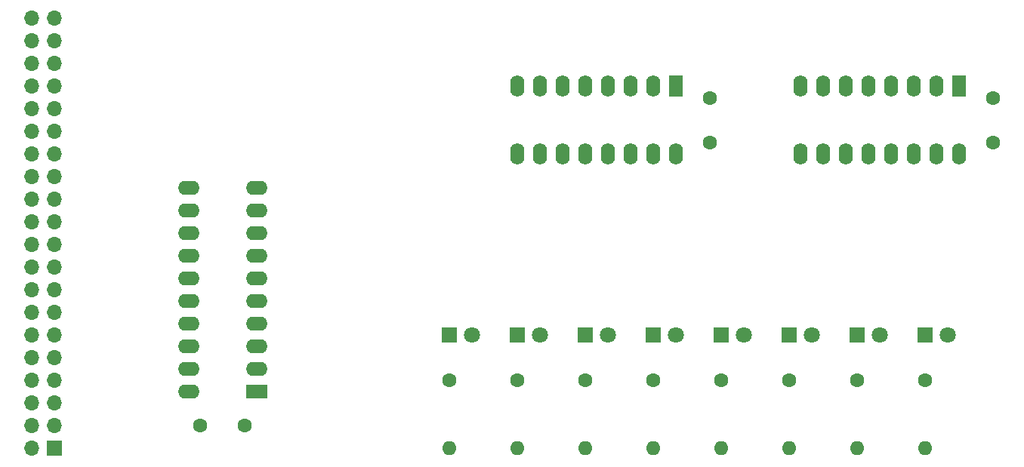
<source format=gbr>
%TF.GenerationSoftware,KiCad,Pcbnew,(6.0.1)*%
%TF.CreationDate,2022-02-21T18:17:07+01:00*%
%TF.ProjectId,ProgrammCounter,50726f67-7261-46d6-9d43-6f756e746572,rev?*%
%TF.SameCoordinates,Original*%
%TF.FileFunction,Soldermask,Bot*%
%TF.FilePolarity,Negative*%
%FSLAX46Y46*%
G04 Gerber Fmt 4.6, Leading zero omitted, Abs format (unit mm)*
G04 Created by KiCad (PCBNEW (6.0.1)) date 2022-02-21 18:17:07*
%MOMM*%
%LPD*%
G01*
G04 APERTURE LIST*
%ADD10C,1.600000*%
%ADD11R,1.800000X1.800000*%
%ADD12C,1.800000*%
%ADD13R,1.700000X1.700000*%
%ADD14O,1.700000X1.700000*%
%ADD15O,1.600000X1.600000*%
%ADD16R,2.400000X1.600000*%
%ADD17O,2.400000X1.600000*%
%ADD18R,1.600000X2.400000*%
%ADD19O,1.600000X2.400000*%
G04 APERTURE END LIST*
D10*
%TO.C,C1*%
X22860000Y-46990000D03*
X27860000Y-46990000D03*
%TD*%
%TO.C,C2*%
X80010000Y-15200000D03*
X80010000Y-10200000D03*
%TD*%
%TO.C,C3*%
X111760000Y-15200000D03*
X111760000Y-10200000D03*
%TD*%
D11*
%TO.C,D1*%
X50800000Y-36830000D03*
D12*
X53340000Y-36830000D03*
%TD*%
D11*
%TO.C,D2*%
X58420000Y-36830000D03*
D12*
X60960000Y-36830000D03*
%TD*%
D11*
%TO.C,D3*%
X66040000Y-36830000D03*
D12*
X68580000Y-36830000D03*
%TD*%
D11*
%TO.C,D4*%
X73660000Y-36830000D03*
D12*
X76200000Y-36830000D03*
%TD*%
D11*
%TO.C,D5*%
X81280000Y-36830000D03*
D12*
X83820000Y-36830000D03*
%TD*%
D11*
%TO.C,D6*%
X88900000Y-36830000D03*
D12*
X91440000Y-36830000D03*
%TD*%
D11*
%TO.C,D7*%
X96520000Y-36830000D03*
D12*
X99060000Y-36830000D03*
%TD*%
D11*
%TO.C,D8*%
X104140000Y-36830000D03*
D12*
X106680000Y-36830000D03*
%TD*%
D13*
%TO.C,J1*%
X6580000Y-49530000D03*
D14*
X4040000Y-49530000D03*
X6580000Y-46990000D03*
X4040000Y-46990000D03*
X6580000Y-44450000D03*
X4040000Y-44450000D03*
X6580000Y-41910000D03*
X4040000Y-41910000D03*
X6580000Y-39370000D03*
X4040000Y-39370000D03*
X6580000Y-36830000D03*
X4040000Y-36830000D03*
X6580000Y-34290000D03*
X4040000Y-34290000D03*
X6580000Y-31750000D03*
X4040000Y-31750000D03*
X6580000Y-29210000D03*
X4040000Y-29210000D03*
X6580000Y-26670000D03*
X4040000Y-26670000D03*
X6580000Y-24130000D03*
X4040000Y-24130000D03*
X6580000Y-21590000D03*
X4040000Y-21590000D03*
X6580000Y-19050000D03*
X4040000Y-19050000D03*
X6580000Y-16510000D03*
X4040000Y-16510000D03*
X6580000Y-13970000D03*
X4040000Y-13970000D03*
X6580000Y-11430000D03*
X4040000Y-11430000D03*
X6580000Y-8890000D03*
X4040000Y-8890000D03*
X6580000Y-6350000D03*
X4040000Y-6350000D03*
X6580000Y-3810000D03*
X4040000Y-3810000D03*
X6580000Y-1270000D03*
X4040000Y-1270000D03*
%TD*%
D10*
%TO.C,R1*%
X50800000Y-41910000D03*
D15*
X50800000Y-49530000D03*
%TD*%
D10*
%TO.C,R2*%
X58420000Y-41910000D03*
D15*
X58420000Y-49530000D03*
%TD*%
D10*
%TO.C,R3*%
X66040000Y-41910000D03*
D15*
X66040000Y-49530000D03*
%TD*%
D10*
%TO.C,R4*%
X73660000Y-41910000D03*
D15*
X73660000Y-49530000D03*
%TD*%
D10*
%TO.C,R5*%
X81280000Y-41910000D03*
D15*
X81280000Y-49530000D03*
%TD*%
D10*
%TO.C,R6*%
X88900000Y-41910000D03*
D15*
X88900000Y-49530000D03*
%TD*%
D10*
%TO.C,R7*%
X96520000Y-41910000D03*
D15*
X96520000Y-49530000D03*
%TD*%
D10*
%TO.C,R8*%
X104140000Y-41910000D03*
D15*
X104140000Y-49530000D03*
%TD*%
D16*
%TO.C,U2*%
X29210000Y-43180000D03*
D17*
X29210000Y-40640000D03*
X29210000Y-38100000D03*
X29210000Y-35560000D03*
X29210000Y-33020000D03*
X29210000Y-30480000D03*
X29210000Y-27940000D03*
X29210000Y-25400000D03*
X29210000Y-22860000D03*
X29210000Y-20320000D03*
X21590000Y-20320000D03*
X21590000Y-22860000D03*
X21590000Y-25400000D03*
X21590000Y-27940000D03*
X21590000Y-30480000D03*
X21590000Y-33020000D03*
X21590000Y-35560000D03*
X21590000Y-38100000D03*
X21590000Y-40640000D03*
X21590000Y-43180000D03*
%TD*%
D18*
%TO.C,U3*%
X76200000Y-8890000D03*
D19*
X73660000Y-8890000D03*
X71120000Y-8890000D03*
X68580000Y-8890000D03*
X66040000Y-8890000D03*
X63500000Y-8890000D03*
X60960000Y-8890000D03*
X58420000Y-8890000D03*
X58420000Y-16510000D03*
X60960000Y-16510000D03*
X63500000Y-16510000D03*
X66040000Y-16510000D03*
X68580000Y-16510000D03*
X71120000Y-16510000D03*
X73660000Y-16510000D03*
X76200000Y-16510000D03*
%TD*%
D18*
%TO.C,U4*%
X107950000Y-8890000D03*
D19*
X105410000Y-8890000D03*
X102870000Y-8890000D03*
X100330000Y-8890000D03*
X97790000Y-8890000D03*
X95250000Y-8890000D03*
X92710000Y-8890000D03*
X90170000Y-8890000D03*
X90170000Y-16510000D03*
X92710000Y-16510000D03*
X95250000Y-16510000D03*
X97790000Y-16510000D03*
X100330000Y-16510000D03*
X102870000Y-16510000D03*
X105410000Y-16510000D03*
X107950000Y-16510000D03*
%TD*%
M02*

</source>
